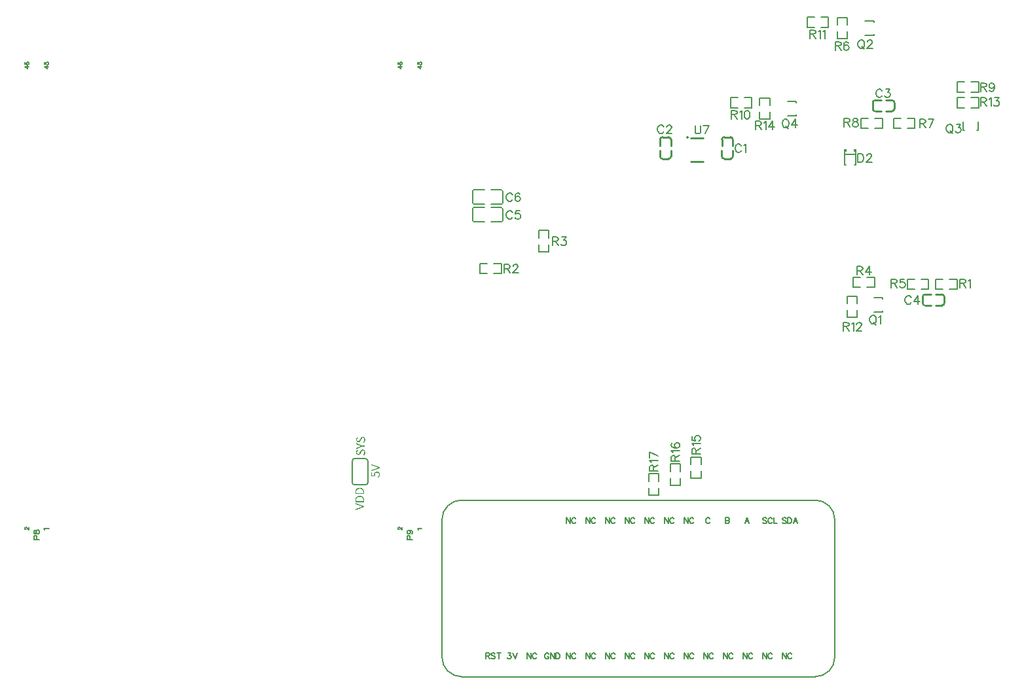
<source format=gto>
G04 Layer: TopSilkLayer*
G04 EasyEDA v6.4.25, 2021-11-15T20:25:19--5:00*
G04 f133b9dff01e4a4db271285c1a4d3a4a,c6d70c2b7c21449b8329efc8d1611fca,10*
G04 Gerber Generator version 0.2*
G04 Scale: 100 percent, Rotated: No, Reflected: No *
G04 Dimensions in inches *
G04 leading zeros omitted , absolute positions ,3 integer and 6 decimal *
%FSLAX36Y36*%
%MOIN*%

%ADD10C,0.0100*%
%ADD41C,0.0060*%
%ADD42C,0.0060*%
%ADD43C,0.0079*%
%ADD44C,0.0079*%

%LPD*%
G36*
X2013500Y1002900D02*
G01*
X2011180Y1002720D01*
X2009180Y1002180D01*
X2007440Y1001340D01*
X2005960Y1000220D01*
X2004660Y998860D01*
X2003540Y997280D01*
X2002560Y995560D01*
X1997860Y984820D01*
X1996360Y982480D01*
X1994280Y980759D01*
X1991399Y980100D01*
X1988620Y980720D01*
X1986519Y982440D01*
X1985180Y985120D01*
X1984700Y988600D01*
X1985000Y991580D01*
X1985820Y994220D01*
X1987140Y996580D01*
X1988899Y998700D01*
X1985700Y1001400D01*
X1983500Y998880D01*
X1981800Y995860D01*
X1980700Y992420D01*
X1980300Y988600D01*
X1980520Y985780D01*
X1981160Y983180D01*
X1982180Y980860D01*
X1983540Y978880D01*
X1985220Y977240D01*
X1987180Y976020D01*
X1989379Y975260D01*
X1991800Y975000D01*
X1994040Y975220D01*
X1996000Y975819D01*
X1997680Y976760D01*
X1999120Y977960D01*
X2000320Y979360D01*
X2001339Y980860D01*
X2002200Y982440D01*
X2005700Y990300D01*
X2007100Y993240D01*
X2008700Y995620D01*
X2010820Y997220D01*
X2013800Y997800D01*
X2015420Y997640D01*
X2016879Y997140D01*
X2018180Y996340D01*
X2019280Y995260D01*
X2020180Y993880D01*
X2020840Y992240D01*
X2021260Y990340D01*
X2021399Y988199D01*
X2021000Y984740D01*
X2019880Y981440D01*
X2018100Y978460D01*
X2015800Y975900D01*
X2019199Y972900D01*
X2020660Y974360D01*
X2021960Y975960D01*
X2023100Y977700D01*
X2024040Y979560D01*
X2024800Y981540D01*
X2025340Y983620D01*
X2025680Y985819D01*
X2025800Y988100D01*
X2025560Y991340D01*
X2024840Y994260D01*
X2023720Y996780D01*
X2022240Y998920D01*
X2020420Y1000620D01*
X2018340Y1001860D01*
X2016000Y1002640D01*
G37*
G36*
X1981100Y970900D02*
G01*
X1981100Y965800D01*
X2003400Y955500D01*
X2003400Y955200D01*
X1981100Y944900D01*
X1981100Y939599D01*
X2007800Y952800D01*
X2025000Y952800D01*
X2025000Y957700D01*
X2007800Y957700D01*
G37*
G36*
X2013500Y937900D02*
G01*
X2011180Y937720D01*
X2009180Y937180D01*
X2007440Y936340D01*
X2005960Y935220D01*
X2004660Y933880D01*
X2003540Y932340D01*
X2002560Y930620D01*
X2001699Y928800D01*
X1997860Y919820D01*
X1996360Y917480D01*
X1994280Y915759D01*
X1991399Y915100D01*
X1988620Y915720D01*
X1986519Y917440D01*
X1985180Y920120D01*
X1984700Y923600D01*
X1985000Y926580D01*
X1985820Y929220D01*
X1987140Y931580D01*
X1988899Y933700D01*
X1985700Y936400D01*
X1983500Y933880D01*
X1981800Y930860D01*
X1980700Y927420D01*
X1980300Y923600D01*
X1980520Y920780D01*
X1981160Y918180D01*
X1982180Y915860D01*
X1983540Y913880D01*
X1985220Y912240D01*
X1987180Y911020D01*
X1989379Y910260D01*
X1991800Y910000D01*
X1994040Y910220D01*
X1996000Y910819D01*
X1997680Y911760D01*
X1999120Y912960D01*
X2000320Y914360D01*
X2001339Y915860D01*
X2002200Y917440D01*
X2005700Y925300D01*
X2007100Y928240D01*
X2008700Y930620D01*
X2010820Y932220D01*
X2013800Y932800D01*
X2015420Y932640D01*
X2016879Y932140D01*
X2018180Y931340D01*
X2019280Y930260D01*
X2020180Y928880D01*
X2020840Y927240D01*
X2021260Y925340D01*
X2021399Y923199D01*
X2021000Y919740D01*
X2019880Y916480D01*
X2018100Y913520D01*
X2015800Y910900D01*
X2019199Y907900D01*
X2020660Y909380D01*
X2021960Y911000D01*
X2023100Y912740D01*
X2024040Y914599D01*
X2024800Y916560D01*
X2025340Y918640D01*
X2025680Y920819D01*
X2025800Y923100D01*
X2025560Y926340D01*
X2024840Y929260D01*
X2023720Y931780D01*
X2022240Y933920D01*
X2020420Y935620D01*
X2018340Y936860D01*
X2016000Y937640D01*
G37*
G36*
X1997900Y742400D02*
G01*
X1995380Y742320D01*
X1993000Y742080D01*
X1990760Y741660D01*
X1988680Y741100D01*
X1986720Y740360D01*
X1984940Y739479D01*
X1983300Y738420D01*
X1981819Y737220D01*
X1980500Y735840D01*
X1979360Y734320D01*
X1978380Y732640D01*
X1977560Y730800D01*
X1976920Y728800D01*
X1976480Y726660D01*
X1976200Y724360D01*
X1976100Y721900D01*
X1976100Y716100D01*
X1980200Y716100D01*
X1980200Y721500D01*
X1980340Y724060D01*
X1980720Y726380D01*
X1981380Y728480D01*
X1982280Y730360D01*
X1983420Y732000D01*
X1984820Y733420D01*
X1986440Y734599D01*
X1988280Y735580D01*
X1990360Y736340D01*
X1992660Y736880D01*
X1995180Y737200D01*
X1997900Y737300D01*
X2000600Y737200D01*
X2003120Y736880D01*
X2005440Y736340D01*
X2007540Y735580D01*
X2009440Y734599D01*
X2011100Y733420D01*
X2012540Y732000D01*
X2013720Y730360D01*
X2014660Y728480D01*
X2015340Y726380D01*
X2015760Y724060D01*
X2015900Y721500D01*
X2015900Y716100D01*
X1976100Y716100D01*
X1976100Y711100D01*
X2020000Y711100D01*
X2020000Y722099D01*
X2019900Y724520D01*
X2019620Y726800D01*
X2019139Y728920D01*
X2018480Y730879D01*
X2017660Y732700D01*
X2016639Y734360D01*
X2015460Y735879D01*
X2014120Y737240D01*
X2012620Y738439D01*
X2010960Y739479D01*
X2009139Y740380D01*
X2007180Y741100D01*
X2005060Y741660D01*
X2002820Y742080D01*
X2000420Y742320D01*
G37*
G36*
X1997900Y701500D02*
G01*
X1995380Y701420D01*
X1993000Y701160D01*
X1990760Y700759D01*
X1988680Y700180D01*
X1986720Y699440D01*
X1984940Y698540D01*
X1983300Y697480D01*
X1981819Y696260D01*
X1980500Y694880D01*
X1979360Y693360D01*
X1978380Y691660D01*
X1977560Y689820D01*
X1976920Y687820D01*
X1976480Y685660D01*
X1976200Y683360D01*
X1976100Y680900D01*
X1976100Y675100D01*
X1980200Y675100D01*
X1980200Y680500D01*
X1980340Y683060D01*
X1980720Y685400D01*
X1981380Y687500D01*
X1982280Y689380D01*
X1983420Y691040D01*
X1984820Y692460D01*
X1986440Y693660D01*
X1988280Y694659D01*
X1990360Y695420D01*
X1992660Y695960D01*
X1995180Y696300D01*
X1997900Y696400D01*
X2000600Y696300D01*
X2003120Y695960D01*
X2005440Y695420D01*
X2007540Y694659D01*
X2009440Y693660D01*
X2011100Y692460D01*
X2012540Y691040D01*
X2013720Y689380D01*
X2014660Y687500D01*
X2015340Y685400D01*
X2015760Y683060D01*
X2015900Y680500D01*
X2015900Y675100D01*
X1976100Y675100D01*
X1976100Y670100D01*
X2020000Y670100D01*
X2020000Y681100D01*
X2019900Y683520D01*
X2019620Y685800D01*
X2019139Y687920D01*
X2018480Y689900D01*
X2017660Y691720D01*
X2016639Y693400D01*
X2015460Y694920D01*
X2014120Y696280D01*
X2012620Y697500D01*
X2010960Y698560D01*
X2009139Y699440D01*
X2007180Y700180D01*
X2005060Y700759D01*
X2002820Y701160D01*
X2000420Y701420D01*
G37*
G36*
X1976100Y664000D02*
G01*
X1976100Y658900D01*
X2011120Y648460D01*
X2014800Y647300D01*
X2014800Y647000D01*
X2000300Y642700D01*
X1976100Y635300D01*
X1976100Y630100D01*
X2020000Y644200D01*
X2020000Y649900D01*
G37*
G36*
X2056100Y861900D02*
G01*
X2056100Y856900D01*
X2094800Y845200D01*
X2094800Y845000D01*
X2091120Y843820D01*
X2082200Y841240D01*
X2056100Y833300D01*
X2056100Y828100D01*
X2100000Y842200D01*
X2100000Y847900D01*
G37*
G36*
X2085800Y824700D02*
G01*
X2082400Y824440D01*
X2079500Y823660D01*
X2077080Y822460D01*
X2075120Y820840D01*
X2073600Y818900D01*
X2072540Y816680D01*
X2071900Y814240D01*
X2071699Y811600D01*
X2071840Y809640D01*
X2072240Y807880D01*
X2072840Y806280D01*
X2073600Y804700D01*
X2060300Y805900D01*
X2060300Y822600D01*
X2056100Y822600D01*
X2056100Y801600D01*
X2076500Y800200D01*
X2078200Y802900D01*
X2077060Y804700D01*
X2076220Y806460D01*
X2075680Y808319D01*
X2075500Y810400D01*
X2075680Y812440D01*
X2076220Y814280D01*
X2077080Y815879D01*
X2078260Y817240D01*
X2079760Y818319D01*
X2081540Y819140D01*
X2083580Y819620D01*
X2085900Y819800D01*
X2088260Y819599D01*
X2090380Y819020D01*
X2092220Y818120D01*
X2093779Y816940D01*
X2095020Y815500D01*
X2095940Y813860D01*
X2096500Y812039D01*
X2096699Y810100D01*
X2096279Y806560D01*
X2095180Y803620D01*
X2093580Y801180D01*
X2091699Y799100D01*
X2095000Y796700D01*
X2096080Y797840D01*
X2097120Y799120D01*
X2098100Y800540D01*
X2098980Y802140D01*
X2099720Y803900D01*
X2100300Y805879D01*
X2100660Y808080D01*
X2100800Y810500D01*
X2100680Y812320D01*
X2100340Y814080D01*
X2099800Y815800D01*
X2099020Y817420D01*
X2098040Y818940D01*
X2096860Y820340D01*
X2095480Y821580D01*
X2093920Y822640D01*
X2092160Y823500D01*
X2090200Y824160D01*
X2088100Y824560D01*
G37*
D42*
X4535000Y2445399D02*
G01*
X4535000Y2402500D01*
X4535000Y2445399D02*
G01*
X4549300Y2445399D01*
X4555500Y2443400D01*
X4559499Y2439299D01*
X4561599Y2435200D01*
X4563599Y2429000D01*
X4563599Y2418800D01*
X4561599Y2412700D01*
X4559499Y2408600D01*
X4555500Y2404499D01*
X4549300Y2402500D01*
X4535000Y2402500D01*
X4579200Y2435200D02*
G01*
X4579200Y2437199D01*
X4581199Y2441300D01*
X4583299Y2443400D01*
X4587399Y2445399D01*
X4595500Y2445399D01*
X4599600Y2443400D01*
X4601700Y2441300D01*
X4603699Y2437199D01*
X4603699Y2433099D01*
X4601700Y2429000D01*
X4597600Y2422899D01*
X4577100Y2402500D01*
X4605799Y2402500D01*
X3940703Y2485200D02*
G01*
X3938603Y2489299D01*
X3934503Y2493400D01*
X3930504Y2495399D01*
X3922304Y2495399D01*
X3918203Y2493400D01*
X3914103Y2489299D01*
X3912003Y2485200D01*
X3910003Y2479000D01*
X3910003Y2468800D01*
X3912003Y2462700D01*
X3914103Y2458600D01*
X3918203Y2454499D01*
X3922304Y2452500D01*
X3930504Y2452500D01*
X3934503Y2454499D01*
X3938603Y2458600D01*
X3940703Y2462700D01*
X3954203Y2487199D02*
G01*
X3958303Y2489299D01*
X3964404Y2495399D01*
X3964404Y2452500D01*
X3545703Y2580200D02*
G01*
X3543603Y2584299D01*
X3539503Y2588400D01*
X3535504Y2590399D01*
X3527304Y2590399D01*
X3523203Y2588400D01*
X3519103Y2584299D01*
X3517003Y2580200D01*
X3515003Y2574000D01*
X3515003Y2563800D01*
X3517003Y2557700D01*
X3519103Y2553600D01*
X3523203Y2549499D01*
X3527304Y2547500D01*
X3535504Y2547500D01*
X3539503Y2549499D01*
X3543603Y2553600D01*
X3545703Y2557700D01*
X3561203Y2580200D02*
G01*
X3561203Y2582199D01*
X3563303Y2586300D01*
X3565303Y2588400D01*
X3569404Y2590399D01*
X3577604Y2590399D01*
X3581703Y2588400D01*
X3583703Y2586300D01*
X3585803Y2582199D01*
X3585803Y2578099D01*
X3583703Y2574000D01*
X3579603Y2567899D01*
X3559203Y2547500D01*
X3587803Y2547500D01*
X3780484Y583499D02*
G01*
X3779084Y586199D01*
X3776385Y588899D01*
X3773684Y590300D01*
X3768185Y590300D01*
X3765484Y588899D01*
X3762685Y586199D01*
X3761385Y583499D01*
X3759984Y579400D01*
X3759984Y572500D01*
X3761385Y568499D01*
X3762685Y565700D01*
X3765484Y563000D01*
X3768185Y561599D01*
X3773684Y561599D01*
X3776385Y563000D01*
X3779084Y565700D01*
X3780484Y568499D01*
X3859979Y590300D02*
G01*
X3859979Y561599D01*
X3859979Y590300D02*
G01*
X3872280Y590300D01*
X3876379Y588899D01*
X3877680Y587500D01*
X3879080Y584800D01*
X3879080Y582100D01*
X3877680Y579400D01*
X3876379Y578000D01*
X3872280Y576599D01*
X3859979Y576599D02*
G01*
X3872280Y576599D01*
X3876379Y575300D01*
X3877680Y573899D01*
X3879080Y571199D01*
X3879080Y567100D01*
X3877680Y564400D01*
X3876379Y563000D01*
X3872280Y561599D01*
X3859979Y561599D01*
X3970884Y590300D02*
G01*
X3959984Y561599D01*
X3970884Y590300D02*
G01*
X3981785Y561599D01*
X3964084Y571199D02*
G01*
X3977685Y571199D01*
X4069084Y586199D02*
G01*
X4066385Y588899D01*
X4062285Y590300D01*
X4056785Y590300D01*
X4052685Y588899D01*
X4049984Y586199D01*
X4049984Y583499D01*
X4051385Y580700D01*
X4052685Y579400D01*
X4055484Y578000D01*
X4063684Y575300D01*
X4066385Y573899D01*
X4067685Y572500D01*
X4069084Y569800D01*
X4069084Y565700D01*
X4066385Y563000D01*
X4062285Y561599D01*
X4056785Y561599D01*
X4052685Y563000D01*
X4049984Y565700D01*
X4098585Y583499D02*
G01*
X4097184Y586199D01*
X4094485Y588899D01*
X4091684Y590300D01*
X4086284Y590300D01*
X4083585Y588899D01*
X4080784Y586199D01*
X4079485Y583499D01*
X4078085Y579400D01*
X4078085Y572500D01*
X4079485Y568499D01*
X4080784Y565700D01*
X4083585Y563000D01*
X4086284Y561599D01*
X4091684Y561599D01*
X4094485Y563000D01*
X4097184Y565700D01*
X4098585Y568499D01*
X4107584Y590300D02*
G01*
X4107584Y561599D01*
X4107584Y561599D02*
G01*
X4123885Y561599D01*
X4169084Y586199D02*
G01*
X4166385Y588899D01*
X4162285Y590300D01*
X4156785Y590300D01*
X4152685Y588899D01*
X4149984Y586199D01*
X4149984Y583499D01*
X4151385Y580700D01*
X4152685Y579400D01*
X4155484Y578000D01*
X4163684Y575300D01*
X4166385Y573899D01*
X4167685Y572500D01*
X4169084Y569800D01*
X4169084Y565700D01*
X4166385Y563000D01*
X4162285Y561599D01*
X4156785Y561599D01*
X4152685Y563000D01*
X4149984Y565700D01*
X4178085Y590300D02*
G01*
X4178085Y561599D01*
X4178085Y590300D02*
G01*
X4187685Y590300D01*
X4191684Y588899D01*
X4194485Y586199D01*
X4195784Y583499D01*
X4197184Y579400D01*
X4197184Y572500D01*
X4195784Y568499D01*
X4194485Y565700D01*
X4191684Y563000D01*
X4187685Y561599D01*
X4178085Y561599D01*
X4217084Y590300D02*
G01*
X4206184Y561599D01*
X4217084Y590300D02*
G01*
X4227984Y561599D01*
X4210285Y571199D02*
G01*
X4223885Y571199D01*
X2639984Y-99699D02*
G01*
X2639984Y-128400D01*
X2639984Y-99699D02*
G01*
X2652285Y-99699D01*
X2656385Y-101100D01*
X2657685Y-102500D01*
X2659084Y-105199D01*
X2659084Y-107899D01*
X2657685Y-110599D01*
X2656385Y-111999D01*
X2652285Y-113400D01*
X2639984Y-113400D01*
X2649584Y-113400D02*
G01*
X2659084Y-128400D01*
X2687184Y-103800D02*
G01*
X2684485Y-101100D01*
X2680384Y-99699D01*
X2674885Y-99699D01*
X2670784Y-101100D01*
X2668085Y-103800D01*
X2668085Y-106500D01*
X2669485Y-109299D01*
X2670784Y-110599D01*
X2673585Y-111999D01*
X2681684Y-114699D01*
X2684485Y-116100D01*
X2685784Y-117500D01*
X2687184Y-120199D01*
X2687184Y-124299D01*
X2684485Y-126999D01*
X2680384Y-128400D01*
X2674885Y-128400D01*
X2670784Y-126999D01*
X2668085Y-124299D01*
X2705685Y-99699D02*
G01*
X2705685Y-128400D01*
X2696184Y-99699D02*
G01*
X2715285Y-99699D01*
X2752685Y-99699D02*
G01*
X2767685Y-99699D01*
X2759584Y-110599D01*
X2763684Y-110599D01*
X2766385Y-111999D01*
X2767685Y-113400D01*
X2769084Y-117500D01*
X2769084Y-120199D01*
X2767685Y-124299D01*
X2764984Y-126999D01*
X2760884Y-128400D01*
X2756785Y-128400D01*
X2752685Y-126999D01*
X2751385Y-125599D01*
X2749984Y-122899D01*
X2778085Y-99699D02*
G01*
X2788985Y-128400D01*
X2799885Y-99699D02*
G01*
X2788985Y-128400D01*
X2849984Y-99699D02*
G01*
X2849984Y-128400D01*
X2849984Y-99699D02*
G01*
X2869084Y-128400D01*
X2869084Y-99699D02*
G01*
X2869084Y-128400D01*
X2898585Y-106500D02*
G01*
X2897184Y-103800D01*
X2894485Y-101100D01*
X2891684Y-99699D01*
X2886284Y-99699D01*
X2883585Y-101100D01*
X2880784Y-103800D01*
X2879485Y-106500D01*
X2878085Y-110599D01*
X2878085Y-117500D01*
X2879485Y-121500D01*
X2880784Y-124299D01*
X2883585Y-126999D01*
X2886284Y-128400D01*
X2891684Y-128400D01*
X2894485Y-126999D01*
X2897184Y-124299D01*
X2898585Y-121500D01*
X3149984Y-99699D02*
G01*
X3149984Y-128400D01*
X3149984Y-99699D02*
G01*
X3169084Y-128400D01*
X3169084Y-99699D02*
G01*
X3169084Y-128400D01*
X3198585Y-106500D02*
G01*
X3197184Y-103800D01*
X3194485Y-101100D01*
X3191684Y-99699D01*
X3186284Y-99699D01*
X3183585Y-101100D01*
X3180784Y-103800D01*
X3179485Y-106500D01*
X3178085Y-110599D01*
X3178085Y-117500D01*
X3179485Y-121500D01*
X3180784Y-124299D01*
X3183585Y-126999D01*
X3186284Y-128400D01*
X3191684Y-128400D01*
X3194485Y-126999D01*
X3197184Y-124299D01*
X3198585Y-121500D01*
X3449984Y-99699D02*
G01*
X3449984Y-128400D01*
X3449984Y-99699D02*
G01*
X3469084Y-128400D01*
X3469084Y-99699D02*
G01*
X3469084Y-128400D01*
X3498585Y-106500D02*
G01*
X3497184Y-103800D01*
X3494485Y-101100D01*
X3491684Y-99699D01*
X3486284Y-99699D01*
X3483585Y-101100D01*
X3480784Y-103800D01*
X3479485Y-106500D01*
X3478085Y-110599D01*
X3478085Y-117500D01*
X3479485Y-121500D01*
X3480784Y-124299D01*
X3483585Y-126999D01*
X3486284Y-128400D01*
X3491684Y-128400D01*
X3494485Y-126999D01*
X3497184Y-124299D01*
X3498585Y-121500D01*
X3249984Y-99699D02*
G01*
X3249984Y-128400D01*
X3249984Y-99699D02*
G01*
X3269084Y-128400D01*
X3269084Y-99699D02*
G01*
X3269084Y-128400D01*
X3298585Y-106500D02*
G01*
X3297184Y-103800D01*
X3294485Y-101100D01*
X3291684Y-99699D01*
X3286284Y-99699D01*
X3283585Y-101100D01*
X3280784Y-103800D01*
X3279485Y-106500D01*
X3278085Y-110599D01*
X3278085Y-117500D01*
X3279485Y-121500D01*
X3280784Y-124299D01*
X3283585Y-126999D01*
X3286284Y-128400D01*
X3291684Y-128400D01*
X3294485Y-126999D01*
X3297184Y-124299D01*
X3298585Y-121500D01*
X3349984Y-99699D02*
G01*
X3349984Y-128400D01*
X3349984Y-99699D02*
G01*
X3369084Y-128400D01*
X3369084Y-99699D02*
G01*
X3369084Y-128400D01*
X3398585Y-106500D02*
G01*
X3397184Y-103800D01*
X3394485Y-101100D01*
X3391684Y-99699D01*
X3386284Y-99699D01*
X3383585Y-101100D01*
X3380784Y-103800D01*
X3379485Y-106500D01*
X3378085Y-110599D01*
X3378085Y-117500D01*
X3379485Y-121500D01*
X3380784Y-124299D01*
X3383585Y-126999D01*
X3386284Y-128400D01*
X3391684Y-128400D01*
X3394485Y-126999D01*
X3397184Y-124299D01*
X3398585Y-121500D01*
X3549984Y-99699D02*
G01*
X3549984Y-128400D01*
X3549984Y-99699D02*
G01*
X3569084Y-128400D01*
X3569084Y-99699D02*
G01*
X3569084Y-128400D01*
X3598585Y-106500D02*
G01*
X3597184Y-103800D01*
X3594485Y-101100D01*
X3591684Y-99699D01*
X3586284Y-99699D01*
X3583585Y-101100D01*
X3580784Y-103800D01*
X3579485Y-106500D01*
X3578085Y-110599D01*
X3578085Y-117500D01*
X3579485Y-121500D01*
X3580784Y-124299D01*
X3583585Y-126999D01*
X3586284Y-128400D01*
X3591684Y-128400D01*
X3594485Y-126999D01*
X3597184Y-124299D01*
X3598585Y-121500D01*
X3649984Y-99699D02*
G01*
X3649984Y-128400D01*
X3649984Y-99699D02*
G01*
X3669084Y-128400D01*
X3669084Y-99699D02*
G01*
X3669084Y-128400D01*
X3698585Y-106500D02*
G01*
X3697184Y-103800D01*
X3694485Y-101100D01*
X3691684Y-99699D01*
X3686284Y-99699D01*
X3683585Y-101100D01*
X3680784Y-103800D01*
X3679485Y-106500D01*
X3678085Y-110599D01*
X3678085Y-117500D01*
X3679485Y-121500D01*
X3680784Y-124299D01*
X3683585Y-126999D01*
X3686284Y-128400D01*
X3691684Y-128400D01*
X3694485Y-126999D01*
X3697184Y-124299D01*
X3698585Y-121500D01*
X2960484Y-106500D02*
G01*
X2959084Y-103800D01*
X2956385Y-101100D01*
X2953684Y-99699D01*
X2948185Y-99699D01*
X2945484Y-101100D01*
X2942685Y-103800D01*
X2941385Y-106500D01*
X2939984Y-110599D01*
X2939984Y-117500D01*
X2941385Y-121500D01*
X2942685Y-124299D01*
X2945484Y-126999D01*
X2948185Y-128400D01*
X2953684Y-128400D01*
X2956385Y-126999D01*
X2959084Y-124299D01*
X2960484Y-121500D01*
X2960484Y-117500D01*
X2953684Y-117500D02*
G01*
X2960484Y-117500D01*
X2969485Y-99699D02*
G01*
X2969485Y-128400D01*
X2969485Y-99699D02*
G01*
X2988585Y-128400D01*
X2988585Y-99699D02*
G01*
X2988585Y-128400D01*
X2997584Y-99699D02*
G01*
X2997584Y-128400D01*
X2997584Y-99699D02*
G01*
X3007084Y-99699D01*
X3011184Y-101100D01*
X3013885Y-103800D01*
X3015285Y-106500D01*
X3016684Y-110599D01*
X3016684Y-117500D01*
X3015285Y-121500D01*
X3013885Y-124299D01*
X3011184Y-126999D01*
X3007084Y-128400D01*
X2997584Y-128400D01*
X3049979Y-99699D02*
G01*
X3049979Y-128400D01*
X3049979Y-99699D02*
G01*
X3069080Y-128400D01*
X3069080Y-99699D02*
G01*
X3069080Y-128400D01*
X3098580Y-106500D02*
G01*
X3097179Y-103800D01*
X3094480Y-101100D01*
X3091679Y-99699D01*
X3086279Y-99699D01*
X3083580Y-101100D01*
X3080780Y-103800D01*
X3079480Y-106500D01*
X3078080Y-110599D01*
X3078080Y-117500D01*
X3079480Y-121500D01*
X3080780Y-124299D01*
X3083580Y-126999D01*
X3086279Y-128400D01*
X3091679Y-128400D01*
X3094480Y-126999D01*
X3097179Y-124299D01*
X3098580Y-121500D01*
X3749979Y-99699D02*
G01*
X3749979Y-128400D01*
X3749979Y-99699D02*
G01*
X3769080Y-128400D01*
X3769080Y-99699D02*
G01*
X3769080Y-128400D01*
X3798580Y-106500D02*
G01*
X3797179Y-103800D01*
X3794480Y-101100D01*
X3791679Y-99699D01*
X3786279Y-99699D01*
X3783580Y-101100D01*
X3780780Y-103800D01*
X3779480Y-106500D01*
X3778080Y-110599D01*
X3778080Y-117500D01*
X3779480Y-121500D01*
X3780780Y-124299D01*
X3783580Y-126999D01*
X3786279Y-128400D01*
X3791679Y-128400D01*
X3794480Y-126999D01*
X3797179Y-124299D01*
X3798580Y-121500D01*
X3849979Y-99699D02*
G01*
X3849979Y-128400D01*
X3849979Y-99699D02*
G01*
X3869080Y-128400D01*
X3869080Y-99699D02*
G01*
X3869080Y-128400D01*
X3898580Y-106500D02*
G01*
X3897179Y-103800D01*
X3894480Y-101100D01*
X3891679Y-99699D01*
X3886279Y-99699D01*
X3883580Y-101100D01*
X3880780Y-103800D01*
X3879480Y-106500D01*
X3878080Y-110599D01*
X3878080Y-117500D01*
X3879480Y-121500D01*
X3880780Y-124299D01*
X3883580Y-126999D01*
X3886279Y-128400D01*
X3891679Y-128400D01*
X3894480Y-126999D01*
X3897179Y-124299D01*
X3898580Y-121500D01*
X3949979Y-99699D02*
G01*
X3949979Y-128400D01*
X3949979Y-99699D02*
G01*
X3969080Y-128400D01*
X3969080Y-99699D02*
G01*
X3969080Y-128400D01*
X3998580Y-106500D02*
G01*
X3997179Y-103800D01*
X3994480Y-101100D01*
X3991679Y-99699D01*
X3986279Y-99699D01*
X3983580Y-101100D01*
X3980780Y-103800D01*
X3979480Y-106500D01*
X3978080Y-110599D01*
X3978080Y-117500D01*
X3979480Y-121500D01*
X3980780Y-124299D01*
X3983580Y-126999D01*
X3986279Y-128400D01*
X3991679Y-128400D01*
X3994480Y-126999D01*
X3997179Y-124299D01*
X3998580Y-121500D01*
X4049979Y-99699D02*
G01*
X4049979Y-128400D01*
X4049979Y-99699D02*
G01*
X4069080Y-128400D01*
X4069080Y-99699D02*
G01*
X4069080Y-128400D01*
X4098580Y-106500D02*
G01*
X4097179Y-103800D01*
X4094480Y-101100D01*
X4091679Y-99699D01*
X4086279Y-99699D01*
X4083580Y-101100D01*
X4080780Y-103800D01*
X4079480Y-106500D01*
X4078080Y-110599D01*
X4078080Y-117500D01*
X4079480Y-121500D01*
X4080780Y-124299D01*
X4083580Y-126999D01*
X4086279Y-128400D01*
X4091679Y-128400D01*
X4094480Y-126999D01*
X4097179Y-124299D01*
X4098580Y-121500D01*
X4149979Y-99699D02*
G01*
X4149979Y-128400D01*
X4149979Y-99699D02*
G01*
X4169080Y-128400D01*
X4169080Y-99699D02*
G01*
X4169080Y-128400D01*
X4198580Y-106500D02*
G01*
X4197179Y-103800D01*
X4194480Y-101100D01*
X4191679Y-99699D01*
X4186279Y-99699D01*
X4183580Y-101100D01*
X4180780Y-103800D01*
X4179480Y-106500D01*
X4178080Y-110599D01*
X4178080Y-117500D01*
X4179480Y-121500D01*
X4180780Y-124299D01*
X4183580Y-126999D01*
X4186279Y-128400D01*
X4191679Y-128400D01*
X4194480Y-126999D01*
X4197179Y-124299D01*
X4198580Y-121500D01*
X3649979Y590300D02*
G01*
X3649979Y561599D01*
X3649979Y590300D02*
G01*
X3669080Y561599D01*
X3669080Y590300D02*
G01*
X3669080Y561599D01*
X3698580Y583499D02*
G01*
X3697179Y586199D01*
X3694480Y588899D01*
X3691679Y590300D01*
X3686279Y590300D01*
X3683580Y588899D01*
X3680780Y586199D01*
X3679480Y583499D01*
X3678080Y579400D01*
X3678080Y572500D01*
X3679480Y568499D01*
X3680780Y565700D01*
X3683580Y563000D01*
X3686279Y561599D01*
X3691679Y561599D01*
X3694480Y563000D01*
X3697179Y565700D01*
X3698580Y568499D01*
X3549979Y590300D02*
G01*
X3549979Y561599D01*
X3549979Y590300D02*
G01*
X3569080Y561599D01*
X3569080Y590300D02*
G01*
X3569080Y561599D01*
X3598580Y583499D02*
G01*
X3597179Y586199D01*
X3594480Y588899D01*
X3591679Y590300D01*
X3586279Y590300D01*
X3583580Y588899D01*
X3580780Y586199D01*
X3579480Y583499D01*
X3578080Y579400D01*
X3578080Y572500D01*
X3579480Y568499D01*
X3580780Y565700D01*
X3583580Y563000D01*
X3586279Y561599D01*
X3591679Y561599D01*
X3594480Y563000D01*
X3597179Y565700D01*
X3598580Y568499D01*
X3449979Y590300D02*
G01*
X3449979Y561599D01*
X3449979Y590300D02*
G01*
X3469080Y561599D01*
X3469080Y590300D02*
G01*
X3469080Y561599D01*
X3498580Y583499D02*
G01*
X3497179Y586199D01*
X3494480Y588899D01*
X3491679Y590300D01*
X3486279Y590300D01*
X3483580Y588899D01*
X3480780Y586199D01*
X3479480Y583499D01*
X3478080Y579400D01*
X3478080Y572500D01*
X3479480Y568499D01*
X3480780Y565700D01*
X3483580Y563000D01*
X3486279Y561599D01*
X3491679Y561599D01*
X3494480Y563000D01*
X3497179Y565700D01*
X3498580Y568499D01*
X3349979Y590300D02*
G01*
X3349979Y561599D01*
X3349979Y590300D02*
G01*
X3369080Y561599D01*
X3369080Y590300D02*
G01*
X3369080Y561599D01*
X3398580Y583499D02*
G01*
X3397179Y586199D01*
X3394480Y588899D01*
X3391679Y590300D01*
X3386279Y590300D01*
X3383580Y588899D01*
X3380780Y586199D01*
X3379480Y583499D01*
X3378080Y579400D01*
X3378080Y572500D01*
X3379480Y568499D01*
X3380780Y565700D01*
X3383580Y563000D01*
X3386279Y561599D01*
X3391679Y561599D01*
X3394480Y563000D01*
X3397179Y565700D01*
X3398580Y568499D01*
X3249979Y590300D02*
G01*
X3249979Y561599D01*
X3249979Y590300D02*
G01*
X3269080Y561599D01*
X3269080Y590300D02*
G01*
X3269080Y561599D01*
X3298580Y583499D02*
G01*
X3297179Y586199D01*
X3294480Y588899D01*
X3291679Y590300D01*
X3286279Y590300D01*
X3283580Y588899D01*
X3280780Y586199D01*
X3279480Y583499D01*
X3278080Y579400D01*
X3278080Y572500D01*
X3279480Y568499D01*
X3280780Y565700D01*
X3283580Y563000D01*
X3286279Y561599D01*
X3291679Y561599D01*
X3294480Y563000D01*
X3297179Y565700D01*
X3298580Y568499D01*
X3149979Y590300D02*
G01*
X3149979Y561599D01*
X3149979Y590300D02*
G01*
X3169080Y561599D01*
X3169080Y590300D02*
G01*
X3169080Y561599D01*
X3198580Y583499D02*
G01*
X3197179Y586199D01*
X3194480Y588899D01*
X3191679Y590300D01*
X3186279Y590300D01*
X3183580Y588899D01*
X3180780Y586199D01*
X3179480Y583499D01*
X3178080Y579400D01*
X3178080Y572500D01*
X3179480Y568499D01*
X3180780Y565700D01*
X3183580Y563000D01*
X3186279Y561599D01*
X3191679Y561599D01*
X3194480Y563000D01*
X3197179Y565700D01*
X3198580Y568499D01*
X3049979Y590300D02*
G01*
X3049979Y561599D01*
X3049979Y590300D02*
G01*
X3069080Y561599D01*
X3069080Y590300D02*
G01*
X3069080Y561599D01*
X3098580Y583499D02*
G01*
X3097179Y586199D01*
X3094480Y588899D01*
X3091679Y590300D01*
X3086279Y590300D01*
X3083580Y588899D01*
X3080780Y586199D01*
X3079480Y583499D01*
X3078080Y579400D01*
X3078080Y572500D01*
X3079480Y568499D01*
X3080780Y565700D01*
X3083580Y563000D01*
X3086279Y561599D01*
X3091679Y561599D01*
X3094480Y563000D01*
X3097179Y565700D01*
X3098580Y568499D01*
X4607299Y1620399D02*
G01*
X4603199Y1618400D01*
X4599099Y1614299D01*
X4596999Y1610199D01*
X4595000Y1604000D01*
X4595000Y1593800D01*
X4596999Y1587699D01*
X4599099Y1583600D01*
X4603199Y1579499D01*
X4607299Y1577500D01*
X4615500Y1577500D01*
X4619499Y1579499D01*
X4623599Y1583600D01*
X4625699Y1587699D01*
X4627700Y1593800D01*
X4627700Y1604000D01*
X4625699Y1610199D01*
X4623599Y1614299D01*
X4619499Y1618400D01*
X4615500Y1620399D01*
X4607299Y1620399D01*
X4613400Y1585599D02*
G01*
X4625699Y1573400D01*
X4641199Y1612199D02*
G01*
X4645299Y1614299D01*
X4651499Y1620399D01*
X4651499Y1577500D01*
X4547299Y3025399D02*
G01*
X4543199Y3023400D01*
X4539099Y3019299D01*
X4536999Y3015200D01*
X4535000Y3009000D01*
X4535000Y2998800D01*
X4536999Y2992700D01*
X4539099Y2988600D01*
X4543199Y2984499D01*
X4547299Y2982500D01*
X4555500Y2982500D01*
X4559499Y2984499D01*
X4563599Y2988600D01*
X4565699Y2992700D01*
X4567700Y2998800D01*
X4567700Y3009000D01*
X4565699Y3015200D01*
X4563599Y3019299D01*
X4559499Y3023400D01*
X4555500Y3025399D01*
X4547299Y3025399D01*
X4553400Y2990599D02*
G01*
X4565699Y2978400D01*
X4583299Y3015200D02*
G01*
X4583299Y3017199D01*
X4585299Y3021300D01*
X4587399Y3023400D01*
X4591499Y3025399D01*
X4599600Y3025399D01*
X4603699Y3023400D01*
X4605799Y3021300D01*
X4607799Y3017199D01*
X4607799Y3013099D01*
X4605799Y3009000D01*
X4601700Y3002899D01*
X4581199Y2982500D01*
X4609899Y2982500D01*
X4997304Y2595399D02*
G01*
X4993203Y2593400D01*
X4989103Y2589299D01*
X4987003Y2585200D01*
X4985003Y2579000D01*
X4985003Y2568800D01*
X4987003Y2562700D01*
X4989103Y2558600D01*
X4993203Y2554499D01*
X4997304Y2552500D01*
X5005504Y2552500D01*
X5009503Y2554499D01*
X5013603Y2558600D01*
X5015703Y2562700D01*
X5017704Y2568800D01*
X5017704Y2579000D01*
X5015703Y2585200D01*
X5013603Y2589299D01*
X5009503Y2593400D01*
X5005504Y2595399D01*
X4997304Y2595399D01*
X5003404Y2560599D02*
G01*
X5015703Y2548400D01*
X5035303Y2595399D02*
G01*
X5057803Y2595399D01*
X5045504Y2579000D01*
X5051704Y2579000D01*
X5055803Y2576999D01*
X5057803Y2575000D01*
X5059903Y2568800D01*
X5059903Y2564699D01*
X5057803Y2558600D01*
X5053703Y2554499D01*
X5047604Y2552500D01*
X5041504Y2552500D01*
X5035303Y2554499D01*
X5033303Y2556500D01*
X5031203Y2560599D01*
X4162304Y2620399D02*
G01*
X4158203Y2618400D01*
X4154103Y2614299D01*
X4152003Y2610200D01*
X4150003Y2604000D01*
X4150003Y2593800D01*
X4152003Y2587700D01*
X4154103Y2583600D01*
X4158203Y2579499D01*
X4162304Y2577500D01*
X4170504Y2577500D01*
X4174503Y2579499D01*
X4178603Y2583600D01*
X4180703Y2587700D01*
X4182704Y2593800D01*
X4182704Y2604000D01*
X4180703Y2610200D01*
X4178603Y2614299D01*
X4174503Y2618400D01*
X4170504Y2620399D01*
X4162304Y2620399D01*
X4168404Y2585599D02*
G01*
X4180703Y2573400D01*
X4216704Y2620399D02*
G01*
X4196203Y2591799D01*
X4226904Y2591799D01*
X4216704Y2620399D02*
G01*
X4216704Y2577500D01*
X5055000Y1805399D02*
G01*
X5055000Y1762500D01*
X5055000Y1805399D02*
G01*
X5073400Y1805399D01*
X5079499Y1803400D01*
X5081599Y1801300D01*
X5083599Y1797199D01*
X5083599Y1793099D01*
X5081599Y1789000D01*
X5079499Y1786999D01*
X5073400Y1785000D01*
X5055000Y1785000D01*
X5069300Y1785000D02*
G01*
X5083599Y1762500D01*
X5097100Y1797199D02*
G01*
X5101199Y1799299D01*
X5107399Y1805399D01*
X5107399Y1762500D01*
X2735000Y1880399D02*
G01*
X2735000Y1837500D01*
X2735000Y1880399D02*
G01*
X2753400Y1880399D01*
X2759499Y1878400D01*
X2761599Y1876300D01*
X2763599Y1872199D01*
X2763599Y1868099D01*
X2761599Y1864000D01*
X2759499Y1861999D01*
X2753400Y1860000D01*
X2735000Y1860000D01*
X2749300Y1860000D02*
G01*
X2763599Y1837500D01*
X2779200Y1870199D02*
G01*
X2779200Y1872199D01*
X2781199Y1876300D01*
X2783299Y1878400D01*
X2787399Y1880399D01*
X2795500Y1880399D01*
X2799600Y1878400D01*
X2801700Y1876300D01*
X2803699Y1872199D01*
X2803699Y1868099D01*
X2801700Y1864000D01*
X2797600Y1857899D01*
X2777100Y1837500D01*
X2805799Y1837500D01*
X2980000Y2020399D02*
G01*
X2980000Y1977500D01*
X2980000Y2020399D02*
G01*
X2998400Y2020399D01*
X3004499Y2018400D01*
X3006599Y2016300D01*
X3008599Y2012199D01*
X3008599Y2008099D01*
X3006599Y2004000D01*
X3004499Y2001999D01*
X2998400Y2000000D01*
X2980000Y2000000D01*
X2994300Y2000000D02*
G01*
X3008599Y1977500D01*
X3026199Y2020399D02*
G01*
X3048699Y2020399D01*
X3036499Y2004000D01*
X3042600Y2004000D01*
X3046700Y2001999D01*
X3048699Y2000000D01*
X3050799Y1993800D01*
X3050799Y1989699D01*
X3048699Y1983600D01*
X3044600Y1979499D01*
X3038500Y1977500D01*
X3032399Y1977500D01*
X3026199Y1979499D01*
X3024200Y1981500D01*
X3022100Y1985599D01*
X4705000Y1805399D02*
G01*
X4705000Y1762500D01*
X4705000Y1805399D02*
G01*
X4723400Y1805399D01*
X4729499Y1803400D01*
X4731599Y1801300D01*
X4733599Y1797199D01*
X4733599Y1793099D01*
X4731599Y1789000D01*
X4729499Y1786999D01*
X4723400Y1785000D01*
X4705000Y1785000D01*
X4719300Y1785000D02*
G01*
X4733599Y1762500D01*
X4771700Y1805399D02*
G01*
X4751199Y1805399D01*
X4749200Y1786999D01*
X4751199Y1789000D01*
X4757399Y1791100D01*
X4763500Y1791100D01*
X4769600Y1789000D01*
X4773699Y1785000D01*
X4775799Y1778800D01*
X4775799Y1774699D01*
X4773699Y1768600D01*
X4769600Y1764499D01*
X4763500Y1762500D01*
X4757399Y1762500D01*
X4751199Y1764499D01*
X4749200Y1766500D01*
X4747100Y1770599D01*
X4850003Y2620399D02*
G01*
X4850003Y2577500D01*
X4850003Y2620399D02*
G01*
X4868404Y2620399D01*
X4874503Y2618400D01*
X4876603Y2616300D01*
X4878603Y2612199D01*
X4878603Y2608099D01*
X4876603Y2604000D01*
X4874503Y2601999D01*
X4868404Y2600000D01*
X4850003Y2600000D01*
X4864304Y2600000D02*
G01*
X4878603Y2577500D01*
X4920803Y2620399D02*
G01*
X4900303Y2577500D01*
X4892103Y2620399D02*
G01*
X4920803Y2620399D01*
X4465003Y2625399D02*
G01*
X4465003Y2582500D01*
X4465003Y2625399D02*
G01*
X4483404Y2625399D01*
X4489503Y2623400D01*
X4491603Y2621300D01*
X4493603Y2617199D01*
X4493603Y2613099D01*
X4491603Y2609000D01*
X4489503Y2606999D01*
X4483404Y2605000D01*
X4465003Y2605000D01*
X4479304Y2605000D02*
G01*
X4493603Y2582500D01*
X4517403Y2625399D02*
G01*
X4511203Y2623400D01*
X4509204Y2619299D01*
X4509204Y2615200D01*
X4511203Y2611100D01*
X4515303Y2609000D01*
X4523504Y2606999D01*
X4529603Y2605000D01*
X4533703Y2600900D01*
X4535803Y2596799D01*
X4535803Y2590599D01*
X4533703Y2586500D01*
X4531704Y2584499D01*
X4525504Y2582500D01*
X4517403Y2582500D01*
X4511203Y2584499D01*
X4509204Y2586500D01*
X4507103Y2590599D01*
X4507103Y2596799D01*
X4509204Y2600900D01*
X4513303Y2605000D01*
X4519404Y2606999D01*
X4527604Y2609000D01*
X4531704Y2611100D01*
X4533703Y2615200D01*
X4533703Y2619299D01*
X4531704Y2623400D01*
X4525504Y2625399D01*
X4517403Y2625399D01*
X394099Y530000D02*
G01*
X392699Y532699D01*
X388600Y536799D01*
X417300Y536799D01*
X298600Y530900D02*
G01*
X297699Y530900D01*
X295900Y531799D01*
X295000Y532699D01*
X294099Y534499D01*
X294099Y538200D01*
X295000Y540000D01*
X295900Y540900D01*
X297699Y541799D01*
X299499Y541799D01*
X301399Y540900D01*
X304099Y539099D01*
X313200Y530000D01*
X313200Y542699D01*
X338600Y480000D02*
G01*
X367300Y480000D01*
X338600Y480000D02*
G01*
X338600Y492300D01*
X340000Y496399D01*
X341399Y497699D01*
X344099Y499099D01*
X348200Y499099D01*
X350900Y497699D01*
X352300Y496399D01*
X353600Y492300D01*
X353600Y480000D01*
X338600Y514899D02*
G01*
X340000Y510799D01*
X342699Y509499D01*
X345500Y509499D01*
X348200Y510799D01*
X349499Y513499D01*
X350900Y519000D01*
X352300Y523099D01*
X355000Y525799D01*
X357699Y527199D01*
X361799Y527199D01*
X364499Y525799D01*
X365900Y524499D01*
X367300Y520399D01*
X367300Y514899D01*
X365900Y510799D01*
X364499Y509499D01*
X361799Y508099D01*
X357699Y508099D01*
X355000Y509499D01*
X352300Y512199D01*
X350900Y516300D01*
X349499Y521700D01*
X348200Y524499D01*
X345500Y525799D01*
X342699Y525799D01*
X340000Y524499D01*
X338600Y520399D01*
X338600Y514899D01*
X394099Y2889099D02*
G01*
X406799Y2880000D01*
X406799Y2893600D01*
X394099Y2889099D02*
G01*
X413200Y2889099D01*
X394099Y2910500D02*
G01*
X394099Y2901500D01*
X402300Y2900500D01*
X401399Y2901500D01*
X400500Y2904200D01*
X400500Y2906900D01*
X401399Y2909600D01*
X403200Y2911500D01*
X405900Y2912399D01*
X407699Y2912399D01*
X410500Y2911500D01*
X412300Y2909600D01*
X413200Y2906900D01*
X413200Y2904200D01*
X412300Y2901500D01*
X411399Y2900500D01*
X409499Y2899600D01*
X294099Y2889099D02*
G01*
X306799Y2880000D01*
X306799Y2893600D01*
X294099Y2889099D02*
G01*
X313200Y2889099D01*
X296799Y2910500D02*
G01*
X295000Y2909600D01*
X294099Y2906900D01*
X294099Y2905100D01*
X295000Y2902399D01*
X297699Y2900500D01*
X302300Y2899600D01*
X306799Y2899600D01*
X310500Y2900500D01*
X312300Y2902399D01*
X313200Y2905100D01*
X313200Y2905999D01*
X312300Y2908699D01*
X310500Y2910500D01*
X307699Y2911500D01*
X306799Y2911500D01*
X304099Y2910500D01*
X302300Y2908699D01*
X301399Y2905999D01*
X301399Y2905100D01*
X302300Y2902399D01*
X304099Y2900500D01*
X306799Y2899600D01*
X2194099Y2889099D02*
G01*
X2206800Y2880000D01*
X2206800Y2893600D01*
X2194099Y2889099D02*
G01*
X2213199Y2889099D01*
X2196800Y2910500D02*
G01*
X2195000Y2909600D01*
X2194099Y2906900D01*
X2194099Y2905100D01*
X2195000Y2902399D01*
X2197700Y2900500D01*
X2202299Y2899600D01*
X2206800Y2899600D01*
X2210500Y2900500D01*
X2212299Y2902399D01*
X2213199Y2905100D01*
X2213199Y2905999D01*
X2212299Y2908699D01*
X2210500Y2910500D01*
X2207700Y2911500D01*
X2206800Y2911500D01*
X2204099Y2910500D01*
X2202299Y2908699D01*
X2201400Y2905999D01*
X2201400Y2905100D01*
X2202299Y2902399D01*
X2204099Y2900500D01*
X2206800Y2899600D01*
X2294099Y2889099D02*
G01*
X2306800Y2880000D01*
X2306800Y2893600D01*
X2294099Y2889099D02*
G01*
X2313199Y2889099D01*
X2294099Y2910500D02*
G01*
X2294099Y2901500D01*
X2302299Y2900500D01*
X2301400Y2901500D01*
X2300500Y2904200D01*
X2300500Y2906900D01*
X2301400Y2909600D01*
X2303199Y2911500D01*
X2305900Y2912399D01*
X2307700Y2912399D01*
X2310500Y2911500D01*
X2312299Y2909600D01*
X2313199Y2906900D01*
X2313199Y2904200D01*
X2312299Y2901500D01*
X2311400Y2900500D01*
X2309499Y2899600D01*
X2297700Y530000D02*
G01*
X2296800Y531799D01*
X2294099Y534499D01*
X2313199Y534499D01*
X2198599Y530900D02*
G01*
X2197700Y530900D01*
X2195900Y531799D01*
X2195000Y532699D01*
X2194099Y534499D01*
X2194099Y538200D01*
X2195000Y540000D01*
X2195900Y540900D01*
X2197700Y541799D01*
X2199499Y541799D01*
X2201400Y540900D01*
X2204099Y539099D01*
X2213199Y530000D01*
X2213199Y542699D01*
X2238599Y480000D02*
G01*
X2267299Y480000D01*
X2238599Y480000D02*
G01*
X2238599Y492300D01*
X2240000Y496399D01*
X2241400Y497699D01*
X2244099Y499099D01*
X2248199Y499099D01*
X2250900Y497699D01*
X2252299Y496399D01*
X2253599Y492300D01*
X2253599Y480000D01*
X2248199Y525799D02*
G01*
X2252299Y524499D01*
X2255000Y521700D01*
X2256400Y517600D01*
X2256400Y516300D01*
X2255000Y512199D01*
X2252299Y509499D01*
X2248199Y508099D01*
X2246800Y508099D01*
X2242700Y509499D01*
X2240000Y512199D01*
X2238599Y516300D01*
X2238599Y517600D01*
X2240000Y521700D01*
X2242700Y524499D01*
X2248199Y525799D01*
X2255000Y525799D01*
X2261800Y524499D01*
X2265900Y521700D01*
X2267299Y517600D01*
X2267299Y514899D01*
X2265900Y510799D01*
X2263199Y509499D01*
X3705339Y2590079D02*
G01*
X3705339Y2559380D01*
X3707340Y2553279D01*
X3711440Y2549180D01*
X3717640Y2547179D01*
X3721740Y2547179D01*
X3727839Y2549180D01*
X3731940Y2553279D01*
X3733940Y2559380D01*
X3733940Y2590079D01*
X3776139Y2590079D02*
G01*
X3755640Y2547179D01*
X3747439Y2590079D02*
G01*
X3776139Y2590079D01*
X4657974Y2764987D02*
G01*
X4655874Y2769086D01*
X4651774Y2773186D01*
X4647775Y2775187D01*
X4639575Y2775187D01*
X4635474Y2773186D01*
X4631374Y2769086D01*
X4629274Y2764987D01*
X4627275Y2758787D01*
X4627275Y2748587D01*
X4629274Y2742487D01*
X4631374Y2738386D01*
X4635474Y2734286D01*
X4639575Y2732287D01*
X4647775Y2732287D01*
X4651774Y2734286D01*
X4655874Y2738386D01*
X4657974Y2742487D01*
X4675574Y2775187D02*
G01*
X4698074Y2775187D01*
X4685775Y2758787D01*
X4691875Y2758787D01*
X4695974Y2756786D01*
X4698074Y2754787D01*
X4700074Y2748587D01*
X4700074Y2744486D01*
X4698074Y2738386D01*
X4693975Y2734286D01*
X4687775Y2732287D01*
X4681674Y2732287D01*
X4675574Y2734286D01*
X4673474Y2736287D01*
X4671475Y2740387D01*
X4805699Y1710199D02*
G01*
X4803599Y1714299D01*
X4799499Y1718400D01*
X4795500Y1720399D01*
X4787299Y1720399D01*
X4783199Y1718400D01*
X4779099Y1714299D01*
X4776999Y1710199D01*
X4775000Y1704000D01*
X4775000Y1693800D01*
X4776999Y1687699D01*
X4779099Y1683600D01*
X4783199Y1679499D01*
X4787299Y1677500D01*
X4795500Y1677500D01*
X4799499Y1679499D01*
X4803599Y1683600D01*
X4805699Y1687699D01*
X4839600Y1720399D02*
G01*
X4819200Y1691799D01*
X4849899Y1691799D01*
X4839600Y1720399D02*
G01*
X4839600Y1677500D01*
X4530000Y1870399D02*
G01*
X4530000Y1827500D01*
X4530000Y1870399D02*
G01*
X4548400Y1870399D01*
X4554499Y1868400D01*
X4556599Y1866300D01*
X4558599Y1862199D01*
X4558599Y1858099D01*
X4556599Y1854000D01*
X4554499Y1851999D01*
X4548400Y1850000D01*
X4530000Y1850000D01*
X4544300Y1850000D02*
G01*
X4558599Y1827500D01*
X4592600Y1870399D02*
G01*
X4572100Y1841799D01*
X4602799Y1841799D01*
X4592600Y1870399D02*
G01*
X4592600Y1827500D01*
X5160000Y2805399D02*
G01*
X5160000Y2762500D01*
X5160000Y2805399D02*
G01*
X5178400Y2805399D01*
X5184499Y2803400D01*
X5186599Y2801300D01*
X5188599Y2797199D01*
X5188599Y2793099D01*
X5186599Y2789000D01*
X5184499Y2786999D01*
X5178400Y2785000D01*
X5160000Y2785000D01*
X5174300Y2785000D02*
G01*
X5188599Y2762500D01*
X5228699Y2791100D02*
G01*
X5226700Y2785000D01*
X5222600Y2780900D01*
X5216499Y2778800D01*
X5214399Y2778800D01*
X5208299Y2780900D01*
X5204200Y2785000D01*
X5202100Y2791100D01*
X5202100Y2793099D01*
X5204200Y2799299D01*
X5208299Y2803400D01*
X5214399Y2805399D01*
X5216499Y2805399D01*
X5222600Y2803400D01*
X5226700Y2799299D01*
X5228699Y2791100D01*
X5228699Y2780900D01*
X5226700Y2770599D01*
X5222600Y2764499D01*
X5216499Y2762500D01*
X5212399Y2762500D01*
X5206199Y2764499D01*
X5204200Y2768600D01*
X3890000Y2665399D02*
G01*
X3890000Y2622500D01*
X3890000Y2665399D02*
G01*
X3908400Y2665399D01*
X3914499Y2663400D01*
X3916599Y2661300D01*
X3918599Y2657199D01*
X3918599Y2653099D01*
X3916599Y2649000D01*
X3914499Y2646999D01*
X3908400Y2645000D01*
X3890000Y2645000D01*
X3904300Y2645000D02*
G01*
X3918599Y2622500D01*
X3932100Y2657199D02*
G01*
X3936199Y2659299D01*
X3942399Y2665399D01*
X3942399Y2622500D01*
X3968100Y2665399D02*
G01*
X3961999Y2663400D01*
X3957899Y2657199D01*
X3955900Y2646999D01*
X3955900Y2640900D01*
X3957899Y2630599D01*
X3961999Y2624499D01*
X3968100Y2622500D01*
X3972200Y2622500D01*
X3978400Y2624499D01*
X3982500Y2630599D01*
X3984499Y2640900D01*
X3984499Y2646999D01*
X3982500Y2657199D01*
X3978400Y2663400D01*
X3972200Y2665399D01*
X3968100Y2665399D01*
X4290000Y3075399D02*
G01*
X4290000Y3032500D01*
X4290000Y3075399D02*
G01*
X4308400Y3075399D01*
X4314499Y3073400D01*
X4316599Y3071300D01*
X4318599Y3067199D01*
X4318599Y3063099D01*
X4316599Y3059000D01*
X4314499Y3056999D01*
X4308400Y3055000D01*
X4290000Y3055000D01*
X4304300Y3055000D02*
G01*
X4318599Y3032500D01*
X4332100Y3067199D02*
G01*
X4336199Y3069299D01*
X4342399Y3075399D01*
X4342399Y3032500D01*
X4355900Y3067199D02*
G01*
X4360000Y3069299D01*
X4366099Y3075399D01*
X4366099Y3032500D01*
X4460000Y1585399D02*
G01*
X4460000Y1542500D01*
X4460000Y1585399D02*
G01*
X4478400Y1585399D01*
X4484499Y1583400D01*
X4486599Y1581300D01*
X4488599Y1577199D01*
X4488599Y1573099D01*
X4486599Y1569000D01*
X4484499Y1566999D01*
X4478400Y1565000D01*
X4460000Y1565000D01*
X4474300Y1565000D02*
G01*
X4488599Y1542500D01*
X4502100Y1577199D02*
G01*
X4506199Y1579299D01*
X4512399Y1585399D01*
X4512399Y1542500D01*
X4527900Y1575199D02*
G01*
X4527900Y1577199D01*
X4530000Y1581300D01*
X4531999Y1583400D01*
X4536099Y1585399D01*
X4544300Y1585399D01*
X4548400Y1583400D01*
X4550400Y1581300D01*
X4552500Y1577199D01*
X4552500Y1573099D01*
X4550400Y1569000D01*
X4546300Y1562899D01*
X4525900Y1542500D01*
X4554499Y1542500D01*
X5160000Y2730399D02*
G01*
X5160000Y2687500D01*
X5160000Y2730399D02*
G01*
X5178400Y2730399D01*
X5184499Y2728400D01*
X5186599Y2726300D01*
X5188599Y2722199D01*
X5188599Y2718099D01*
X5186599Y2714000D01*
X5184499Y2711999D01*
X5178400Y2710000D01*
X5160000Y2710000D01*
X5174300Y2710000D02*
G01*
X5188599Y2687500D01*
X5202100Y2722199D02*
G01*
X5206199Y2724299D01*
X5212399Y2730399D01*
X5212399Y2687500D01*
X5230000Y2730399D02*
G01*
X5252500Y2730399D01*
X5240200Y2714000D01*
X5246300Y2714000D01*
X5250400Y2711999D01*
X5252500Y2710000D01*
X5254499Y2703800D01*
X5254499Y2699699D01*
X5252500Y2693600D01*
X5248400Y2689499D01*
X5242200Y2687500D01*
X5236099Y2687500D01*
X5230000Y2689499D01*
X5227900Y2691500D01*
X5225900Y2695599D01*
X4015000Y2610399D02*
G01*
X4015000Y2567500D01*
X4015000Y2610399D02*
G01*
X4033400Y2610399D01*
X4039499Y2608400D01*
X4041599Y2606300D01*
X4043599Y2602199D01*
X4043599Y2598099D01*
X4041599Y2594000D01*
X4039499Y2591999D01*
X4033400Y2590000D01*
X4015000Y2590000D01*
X4029300Y2590000D02*
G01*
X4043599Y2567500D01*
X4057100Y2602199D02*
G01*
X4061199Y2604299D01*
X4067399Y2610399D01*
X4067399Y2567500D01*
X4101300Y2610399D02*
G01*
X4080900Y2581799D01*
X4111499Y2581799D01*
X4101300Y2610399D02*
G01*
X4101300Y2567500D01*
X4420000Y3015399D02*
G01*
X4420000Y2972500D01*
X4420000Y3015399D02*
G01*
X4438400Y3015399D01*
X4444499Y3013400D01*
X4446599Y3011300D01*
X4448599Y3007199D01*
X4448599Y3003099D01*
X4446599Y2999000D01*
X4444499Y2996999D01*
X4438400Y2995000D01*
X4420000Y2995000D01*
X4434300Y2995000D02*
G01*
X4448599Y2972500D01*
X4486700Y3009299D02*
G01*
X4484600Y3013400D01*
X4478500Y3015399D01*
X4474399Y3015399D01*
X4468299Y3013400D01*
X4464200Y3007199D01*
X4462100Y2996999D01*
X4462100Y2986799D01*
X4464200Y2978600D01*
X4468299Y2974499D01*
X4474399Y2972500D01*
X4476499Y2972500D01*
X4482600Y2974499D01*
X4486700Y2978600D01*
X4488699Y2984699D01*
X4488699Y2986799D01*
X4486700Y2992899D01*
X4482600Y2996999D01*
X4476499Y2999000D01*
X4474399Y2999000D01*
X4468299Y2996999D01*
X4464200Y2992899D01*
X4462100Y2986799D01*
X2775699Y2145200D02*
G01*
X2773599Y2149299D01*
X2769499Y2153400D01*
X2765500Y2155399D01*
X2757299Y2155399D01*
X2753199Y2153400D01*
X2749099Y2149299D01*
X2746999Y2145200D01*
X2745000Y2139000D01*
X2745000Y2128800D01*
X2746999Y2122700D01*
X2749099Y2118600D01*
X2753199Y2114499D01*
X2757299Y2112500D01*
X2765500Y2112500D01*
X2769499Y2114499D01*
X2773599Y2118600D01*
X2775699Y2122700D01*
X2813699Y2155399D02*
G01*
X2793299Y2155399D01*
X2791199Y2136999D01*
X2793299Y2139000D01*
X2799399Y2141100D01*
X2805500Y2141100D01*
X2811700Y2139000D01*
X2815799Y2135000D01*
X2817799Y2128800D01*
X2817799Y2124699D01*
X2815799Y2118600D01*
X2811700Y2114499D01*
X2805500Y2112500D01*
X2799399Y2112500D01*
X2793299Y2114499D01*
X2791199Y2116500D01*
X2789200Y2120599D01*
X2775699Y2235200D02*
G01*
X2773599Y2239299D01*
X2769499Y2243400D01*
X2765500Y2245399D01*
X2757299Y2245399D01*
X2753199Y2243400D01*
X2749099Y2239299D01*
X2746999Y2235200D01*
X2745000Y2229000D01*
X2745000Y2218800D01*
X2746999Y2212700D01*
X2749099Y2208600D01*
X2753199Y2204499D01*
X2757299Y2202500D01*
X2765500Y2202500D01*
X2769499Y2204499D01*
X2773599Y2208600D01*
X2775699Y2212700D01*
X2813699Y2239299D02*
G01*
X2811700Y2243400D01*
X2805500Y2245399D01*
X2801499Y2245399D01*
X2795299Y2243400D01*
X2791199Y2237199D01*
X2789200Y2226999D01*
X2789200Y2216799D01*
X2791199Y2208600D01*
X2795299Y2204499D01*
X2801499Y2202500D01*
X2803500Y2202500D01*
X2809600Y2204499D01*
X2813699Y2208600D01*
X2815799Y2214699D01*
X2815799Y2216799D01*
X2813699Y2222899D01*
X2809600Y2226999D01*
X2803500Y2229000D01*
X2801499Y2229000D01*
X2795299Y2226999D01*
X2791199Y2222899D01*
X2789200Y2216799D01*
X3689600Y915000D02*
G01*
X3732500Y915000D01*
X3689600Y915000D02*
G01*
X3689600Y933400D01*
X3691599Y939499D01*
X3693699Y941599D01*
X3697799Y943600D01*
X3701899Y943600D01*
X3706000Y941599D01*
X3708000Y939499D01*
X3710000Y933400D01*
X3710000Y915000D01*
X3710000Y929299D02*
G01*
X3732500Y943600D01*
X3697799Y957100D02*
G01*
X3695699Y961199D01*
X3689600Y967399D01*
X3732500Y967399D01*
X3689600Y1005399D02*
G01*
X3689600Y985000D01*
X3708000Y982899D01*
X3706000Y985000D01*
X3703900Y991100D01*
X3703900Y997199D01*
X3706000Y1003400D01*
X3710000Y1007500D01*
X3716199Y1009499D01*
X3720299Y1009499D01*
X3726400Y1007500D01*
X3730500Y1003400D01*
X3732500Y997199D01*
X3732500Y991100D01*
X3730500Y985000D01*
X3728500Y982899D01*
X3724399Y980900D01*
X3584600Y880000D02*
G01*
X3627500Y880000D01*
X3584600Y880000D02*
G01*
X3584600Y898400D01*
X3586599Y904499D01*
X3588699Y906599D01*
X3592799Y908600D01*
X3596899Y908600D01*
X3601000Y906599D01*
X3603000Y904499D01*
X3605000Y898400D01*
X3605000Y880000D01*
X3605000Y894299D02*
G01*
X3627500Y908600D01*
X3592799Y922100D02*
G01*
X3590699Y926199D01*
X3584600Y932399D01*
X3627500Y932399D01*
X3590699Y970399D02*
G01*
X3586599Y968400D01*
X3584600Y962199D01*
X3584600Y958099D01*
X3586599Y951999D01*
X3592799Y947899D01*
X3603000Y945900D01*
X3613199Y945900D01*
X3621400Y947899D01*
X3625500Y951999D01*
X3627500Y958099D01*
X3627500Y960199D01*
X3625500Y966300D01*
X3621400Y970399D01*
X3615299Y972500D01*
X3613199Y972500D01*
X3607100Y970399D01*
X3603000Y966300D01*
X3601000Y960199D01*
X3601000Y958099D01*
X3603000Y951999D01*
X3607100Y947899D01*
X3613199Y945900D01*
X3474600Y830000D02*
G01*
X3517500Y830000D01*
X3474600Y830000D02*
G01*
X3474600Y848400D01*
X3476599Y854499D01*
X3478699Y856599D01*
X3482799Y858600D01*
X3486899Y858600D01*
X3491000Y856599D01*
X3493000Y854499D01*
X3495000Y848400D01*
X3495000Y830000D01*
X3495000Y844299D02*
G01*
X3517500Y858600D01*
X3482799Y872100D02*
G01*
X3480699Y876199D01*
X3474600Y882399D01*
X3517500Y882399D01*
X3474600Y924499D02*
G01*
X3517500Y904000D01*
X3474600Y895900D02*
G01*
X3474600Y924499D01*
G36*
X4512720Y2467520D02*
G01*
X4512720Y2455520D01*
X4526600Y2455520D01*
X4526600Y2467520D01*
G37*
G36*
X4463400Y2467520D02*
G01*
X4463400Y2455520D01*
X4477280Y2455520D01*
X4477280Y2467520D01*
G37*
D41*
X4466409Y2389517D02*
G01*
X4474528Y2389517D01*
X4523590Y2389517D02*
G01*
X4515865Y2389517D01*
D42*
X4523590Y2458512D02*
G01*
X4523590Y2389517D01*
X4466409Y2458512D02*
G01*
X4466409Y2389517D01*
X4523590Y2442588D02*
G01*
X4466409Y2442588D01*
D43*
X1960630Y769879D02*
G01*
X1960630Y880120D01*
X1972440Y758070D02*
G01*
X2027560Y758069D01*
X1972440Y891929D02*
G01*
X2027560Y891930D01*
X2039369Y880118D02*
G01*
X2039369Y769881D01*
D10*
X3854260Y2529724D02*
G01*
X3885757Y2529724D01*
X3842061Y2486033D02*
G01*
X3842061Y2517528D01*
X3897953Y2486033D02*
G01*
X3897953Y2517528D01*
X3841832Y2463361D02*
G01*
X3841832Y2431864D01*
X3854031Y2419666D02*
G01*
X3885526Y2419666D01*
X3897722Y2463361D02*
G01*
X3897722Y2431864D01*
X3539260Y2529724D02*
G01*
X3570757Y2529724D01*
X3527061Y2486033D02*
G01*
X3527061Y2517528D01*
X3582953Y2486033D02*
G01*
X3582953Y2517528D01*
X3526832Y2463361D02*
G01*
X3526832Y2431864D01*
X3539031Y2419666D02*
G01*
X3570526Y2419666D01*
X3582722Y2463361D02*
G01*
X3582722Y2431864D01*
D42*
X4416999Y579000D02*
G01*
X4416999Y-120999D01*
X2416507Y580000D02*
G01*
X2416999Y-120000D01*
D44*
X2518000Y680000D02*
G01*
X4316000Y680000D01*
X4316000Y-220000D02*
G01*
X2517500Y-220000D01*
X4616099Y1712399D02*
G01*
X4660400Y1712399D01*
X4660400Y1706500D01*
X4660400Y1643499D02*
G01*
X4660400Y1637600D01*
X4616099Y1637600D01*
X4571099Y3122399D02*
G01*
X4615400Y3122399D01*
X4615400Y3116500D01*
X4615400Y3053499D02*
G01*
X4615400Y3047600D01*
X4571099Y3047600D01*
X5145686Y2608899D02*
G01*
X5145686Y2564598D01*
X5139786Y2564598D01*
X5076787Y2564598D02*
G01*
X5070887Y2564598D01*
X5070887Y2608899D01*
X4176099Y2712399D02*
G01*
X4220400Y2712399D01*
X4220400Y2706500D01*
X4220400Y2643499D02*
G01*
X4220400Y2637600D01*
X4176099Y2637600D01*
D42*
X5001779Y1753991D02*
G01*
X5039530Y1753991D01*
X5039530Y1806008D01*
X5001779Y1806008D01*
X4968220Y1753991D02*
G01*
X4930469Y1753991D01*
X4930469Y1806008D01*
X4968220Y1806008D01*
X2648220Y1886008D02*
G01*
X2610469Y1886008D01*
X2610469Y1833991D01*
X2648220Y1833991D01*
X2681779Y1886008D02*
G01*
X2719530Y1886008D01*
X2719530Y1833991D01*
X2681779Y1833991D01*
X2908991Y1983220D02*
G01*
X2908991Y1945468D01*
X2961008Y1945468D01*
X2961008Y1983220D01*
X2908991Y2016779D02*
G01*
X2908991Y2054531D01*
X2961008Y2054531D01*
X2961008Y2016779D01*
X4856779Y1753991D02*
G01*
X4894530Y1753991D01*
X4894530Y1806008D01*
X4856779Y1806008D01*
X4823220Y1753991D02*
G01*
X4785469Y1753991D01*
X4785469Y1806008D01*
X4823220Y1806008D01*
X4753220Y2626008D02*
G01*
X4715469Y2626008D01*
X4715469Y2573991D01*
X4753220Y2573991D01*
X4786779Y2626008D02*
G01*
X4824530Y2626008D01*
X4824530Y2573991D01*
X4786779Y2573991D01*
X4588220Y2626008D02*
G01*
X4550469Y2626008D01*
X4550469Y2573991D01*
X4588220Y2573991D01*
X4621779Y2626008D02*
G01*
X4659530Y2626008D01*
X4659530Y2573991D01*
X4621779Y2573991D01*
D10*
X3747015Y2405945D02*
G01*
X3683014Y2405945D01*
X3683000Y2524054D02*
G01*
X3746999Y2524054D01*
X4610275Y2674261D02*
G01*
X4610275Y2705758D01*
X4653966Y2662062D02*
G01*
X4622470Y2662062D01*
X4653966Y2717953D02*
G01*
X4622470Y2717953D01*
X4676638Y2661833D02*
G01*
X4708135Y2661833D01*
X4720333Y2674031D02*
G01*
X4720333Y2705526D01*
X4676638Y2717723D02*
G01*
X4708135Y2717723D01*
X4974724Y1715738D02*
G01*
X4974724Y1684241D01*
X4931034Y1727937D02*
G01*
X4962529Y1727937D01*
X4931034Y1672046D02*
G01*
X4962529Y1672046D01*
X4908361Y1728166D02*
G01*
X4876864Y1728166D01*
X4864666Y1715969D02*
G01*
X4864666Y1684474D01*
X4908361Y1672276D02*
G01*
X4876864Y1672276D01*
D42*
X4548220Y1816008D02*
G01*
X4510469Y1816008D01*
X4510469Y1763991D01*
X4548220Y1763991D01*
X4581779Y1816008D02*
G01*
X4619530Y1816008D01*
X4619530Y1763991D01*
X4581779Y1763991D01*
X5078220Y2811008D02*
G01*
X5040469Y2811008D01*
X5040469Y2758991D01*
X5078220Y2758991D01*
X5111779Y2811008D02*
G01*
X5149530Y2811008D01*
X5149530Y2758991D01*
X5111779Y2758991D01*
X3923220Y2731008D02*
G01*
X3885469Y2731008D01*
X3885469Y2678991D01*
X3923220Y2678991D01*
X3956779Y2731008D02*
G01*
X3994530Y2731008D01*
X3994530Y2678991D01*
X3956779Y2678991D01*
X4313220Y3141008D02*
G01*
X4275469Y3141008D01*
X4275469Y3088991D01*
X4313220Y3088991D01*
X4346779Y3141008D02*
G01*
X4384530Y3141008D01*
X4384530Y3088991D01*
X4346779Y3088991D01*
X4531008Y1681779D02*
G01*
X4531008Y1719531D01*
X4478991Y1719531D01*
X4478991Y1681779D01*
X4531008Y1648220D02*
G01*
X4531008Y1610468D01*
X4478991Y1610468D01*
X4478991Y1648220D01*
X5111779Y2678991D02*
G01*
X5149530Y2678991D01*
X5149530Y2731008D01*
X5111779Y2731008D01*
X5078220Y2678991D02*
G01*
X5040469Y2678991D01*
X5040469Y2731008D01*
X5078220Y2731008D01*
X4086008Y2691779D02*
G01*
X4086008Y2729531D01*
X4033991Y2729531D01*
X4033991Y2691779D01*
X4086008Y2658220D02*
G01*
X4086008Y2620468D01*
X4033991Y2620468D01*
X4033991Y2658220D01*
X4481008Y3101779D02*
G01*
X4481008Y3139531D01*
X4428991Y3139531D01*
X4428991Y3101779D01*
X4481008Y3068220D02*
G01*
X4481008Y3030468D01*
X4428991Y3030468D01*
X4428991Y3068220D01*
X2578693Y2099425D02*
G01*
X2634205Y2099425D01*
X2634205Y2170574D02*
G01*
X2578693Y2170574D01*
X2572692Y2164575D02*
G01*
X2572692Y2105425D01*
X2721306Y2099425D02*
G01*
X2665794Y2099425D01*
X2665794Y2170574D02*
G01*
X2721306Y2170574D01*
X2727307Y2164575D02*
G01*
X2727307Y2105425D01*
X2578693Y2189425D02*
G01*
X2634205Y2189425D01*
X2634205Y2260574D02*
G01*
X2578693Y2260574D01*
X2572692Y2254575D02*
G01*
X2572692Y2195425D01*
X2721306Y2189425D02*
G01*
X2665794Y2189425D01*
X2665794Y2260574D02*
G01*
X2721306Y2260574D01*
X2727307Y2254575D02*
G01*
X2727307Y2195425D01*
X3736008Y861779D02*
G01*
X3736008Y899531D01*
X3683991Y899531D01*
X3683991Y861779D01*
X3736008Y828220D02*
G01*
X3736008Y790468D01*
X3683991Y790468D01*
X3683991Y828220D01*
X3631008Y826779D02*
G01*
X3631008Y864531D01*
X3578991Y864531D01*
X3578991Y826779D01*
X3631008Y793220D02*
G01*
X3631008Y755468D01*
X3578991Y755468D01*
X3578991Y793220D01*
X3521008Y776779D02*
G01*
X3521008Y814531D01*
X3468991Y814531D01*
X3468991Y776779D01*
X3521008Y743220D02*
G01*
X3521008Y705468D01*
X3468991Y705468D01*
X3468991Y743220D01*
D43*
G75*
G01*
X1960630Y769882D02*
G03*
X1972441Y758071I11811J0D01*
G75*
G01*
X1972441Y891929D02*
G03*
X1960630Y880118I0J-11811D01*
G75*
G01*
X2027553Y758063D02*
G03*
X2039364Y769874I0J11811D01*
G75*
G01*
X2039364Y880110D02*
G03*
X2027553Y891921I-11811J0D01*
D10*
G75*
G01*
X3854031Y2419665D02*
G02*
X3841833Y2431863I0J12198D01*
G75*
G01*
X3897725Y2431863D02*
G02*
X3885526Y2419665I-12198J0D01*
G75*
G01*
X3842062Y2517527D02*
G02*
X3854261Y2529725I12198J0D01*
G75*
G01*
X3885756Y2529725D02*
G02*
X3897954Y2517527I0J-12198D01*
G75*
G01*
X3539031Y2419665D02*
G02*
X3526833Y2431863I0J12198D01*
G75*
G01*
X3582725Y2431863D02*
G02*
X3570526Y2419665I-12198J0D01*
G75*
G01*
X3527062Y2517527D02*
G02*
X3539261Y2529725I12198J0D01*
G75*
G01*
X3570756Y2529725D02*
G02*
X3582954Y2517527I0J-12198D01*
D42*
G75*
G01*
X4316981Y-220000D02*
G03*
X4416981Y-120000I0J100000D01*
G75*
G01*
X2516985Y679998D02*
G03*
X2416985Y579998I0J-100000D01*
G75*
G01*
X2416985Y-120000D02*
G03*
X2516985Y-220000I100000J0D01*
G75*
G01*
X4416981Y579998D02*
G03*
X4316981Y679998I-100000J0D01*
D10*
G75*
G01*
X4720335Y2674031D02*
G02*
X4708137Y2661833I-12198J0D01*
G75*
G01*
X4708137Y2717725D02*
G02*
X4720335Y2705526I0J-12198D01*
G75*
G01*
X4622473Y2662062D02*
G02*
X4610275Y2674261I0J12198D01*
G75*
G01*
X4610275Y2705756D02*
G02*
X4622473Y2717954I12198J0D01*
G75*
G01*
X4864665Y1715969D02*
G02*
X4876863Y1728167I12198J0D01*
G75*
G01*
X4876863Y1672275D02*
G02*
X4864665Y1684474I0J12198D01*
G75*
G01*
X4962527Y1727938D02*
G02*
X4974725Y1715739I0J-12198D01*
G75*
G01*
X4974725Y1684244D02*
G02*
X4962527Y1672046I-12198J0D01*
D42*
G75*
G01*
X2578693Y2170575D02*
G03*
X2572693Y2164575I0J-6000D01*
G75*
G01*
X2572693Y2105425D02*
G03*
X2578693Y2099425I6000J0D01*
G75*
G01*
X2721307Y2170575D02*
G02*
X2727307Y2164575I0J-6000D01*
G75*
G01*
X2727307Y2105425D02*
G02*
X2721307Y2099425I-6000J0D01*
G75*
G01*
X2578693Y2260575D02*
G03*
X2572693Y2254575I0J-6000D01*
G75*
G01*
X2572693Y2195425D02*
G03*
X2578693Y2189425I6000J0D01*
G75*
G01*
X2721307Y2260575D02*
G02*
X2727307Y2254575I0J-6000D01*
G75*
G01*
X2727307Y2195425D02*
G02*
X2721307Y2189425I-6000J0D01*
D43*
G75*
G01
X3670940Y2528000D02*
G03X3670940Y2528000I-3940J0D01*
M02*

</source>
